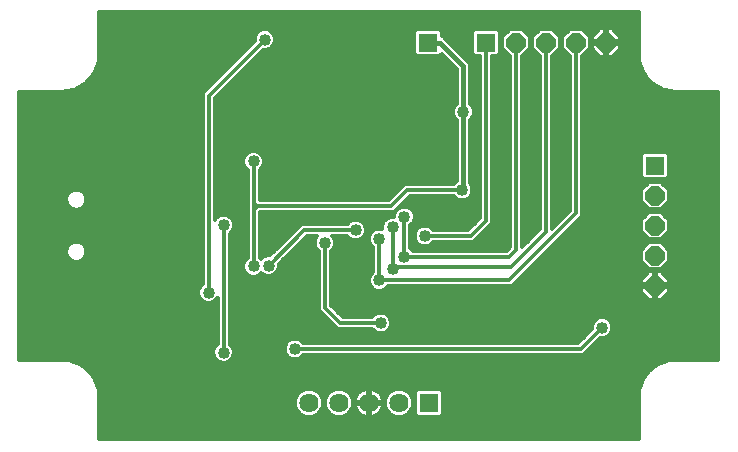
<source format=gbl>
G75*
G70*
%OFA0B0*%
%FSLAX24Y24*%
%IPPOS*%
%LPD*%
%AMOC8*
5,1,8,0,0,1.08239X$1,22.5*
%
%ADD10R,0.0640X0.0640*%
%ADD11OC8,0.0640*%
%ADD12C,0.0640*%
%ADD13C,0.0120*%
%ADD14C,0.0400*%
%ADD15C,0.0160*%
D10*
X018205Y008312D03*
X025739Y016218D03*
X020111Y020320D03*
X018174Y020320D03*
D11*
X021111Y020320D03*
X022111Y020320D03*
X023111Y020320D03*
X024111Y020320D03*
X025739Y015218D03*
X025739Y014218D03*
X025739Y013218D03*
X025739Y012218D03*
D12*
X017205Y008312D03*
X016205Y008312D03*
X015205Y008312D03*
X014205Y008312D03*
D13*
X007210Y008487D02*
X007210Y007094D01*
X025200Y007094D01*
X025200Y008487D01*
X025199Y008488D01*
X025200Y008511D01*
X025200Y008534D01*
X025202Y008536D01*
X025211Y008661D01*
X025209Y008665D01*
X025213Y008686D01*
X025214Y008706D01*
X025218Y008709D01*
X025245Y008835D01*
X025243Y008839D01*
X025251Y008859D01*
X025255Y008879D01*
X025259Y008881D01*
X025304Y009002D01*
X025303Y009007D01*
X025313Y009025D01*
X025320Y009044D01*
X025324Y009046D01*
X025386Y009159D01*
X025385Y009164D01*
X025397Y009180D01*
X025407Y009198D01*
X025412Y009199D01*
X025489Y009302D01*
X025489Y009307D01*
X025504Y009322D01*
X025516Y009338D01*
X025521Y009339D01*
X025612Y009430D01*
X025612Y009435D01*
X025629Y009447D01*
X025643Y009462D01*
X025648Y009462D01*
X025751Y009539D01*
X025752Y009543D01*
X025770Y009553D01*
X025787Y009565D01*
X025792Y009565D01*
X025905Y009626D01*
X025907Y009631D01*
X025926Y009638D01*
X025944Y009648D01*
X025949Y009646D01*
X026069Y009691D01*
X026072Y009696D01*
X026092Y009700D01*
X026111Y009707D01*
X026116Y009705D01*
X026241Y009732D01*
X026244Y009736D01*
X026265Y009738D01*
X026285Y009742D01*
X026289Y009739D01*
X026415Y009748D01*
X026417Y009750D01*
X026439Y009750D01*
X026462Y009752D01*
X026464Y009750D01*
X027856Y009750D01*
X027856Y018685D01*
X026464Y018685D01*
X026462Y018684D01*
X026439Y018685D01*
X026417Y018685D01*
X026415Y018687D01*
X026289Y018696D01*
X026285Y018693D01*
X026265Y018698D01*
X026244Y018699D01*
X026241Y018703D01*
X026116Y018730D01*
X026111Y018728D01*
X026092Y018735D01*
X026072Y018740D01*
X026069Y018744D01*
X025949Y018789D01*
X025944Y018787D01*
X025926Y018797D01*
X025907Y018804D01*
X025905Y018809D01*
X025792Y018870D01*
X025787Y018870D01*
X025770Y018882D01*
X025752Y018892D01*
X025751Y018897D01*
X025648Y018974D01*
X025643Y018974D01*
X025629Y018988D01*
X025612Y019001D01*
X025612Y019005D01*
X025521Y019096D01*
X025516Y019097D01*
X025504Y019113D01*
X025489Y019128D01*
X025489Y019133D01*
X025412Y019236D01*
X025407Y019237D01*
X025397Y019255D01*
X025385Y019272D01*
X025386Y019277D01*
X025324Y019389D01*
X025320Y019391D01*
X025313Y019411D01*
X025303Y019429D01*
X025304Y019433D01*
X025259Y019554D01*
X025255Y019556D01*
X025251Y019577D01*
X025243Y019596D01*
X025245Y019600D01*
X025218Y019726D01*
X025214Y019729D01*
X025213Y019750D01*
X025209Y019770D01*
X025211Y019774D01*
X025202Y019900D01*
X025200Y019901D01*
X025200Y019924D01*
X025199Y019947D01*
X025200Y019949D01*
X025200Y021341D01*
X007210Y021341D01*
X007210Y019949D01*
X007212Y019947D01*
X007210Y019924D01*
X007210Y019901D01*
X007208Y019900D01*
X007199Y019774D01*
X007202Y019770D01*
X007198Y019750D01*
X007196Y019729D01*
X007193Y019726D01*
X007165Y019600D01*
X007167Y019596D01*
X007160Y019577D01*
X007156Y019556D01*
X007152Y019554D01*
X007107Y019433D01*
X007108Y019429D01*
X007098Y019411D01*
X007091Y019391D01*
X007087Y019389D01*
X007025Y019277D01*
X007026Y019272D01*
X007013Y019255D01*
X007003Y019237D01*
X006999Y019236D01*
X006922Y019133D01*
X006922Y019128D01*
X006907Y019113D01*
X006895Y019097D01*
X006890Y019096D01*
X006799Y019005D01*
X006798Y019001D01*
X006782Y018988D01*
X006767Y018974D01*
X006763Y018974D01*
X006660Y018897D01*
X006658Y018892D01*
X006640Y018882D01*
X006624Y018870D01*
X006619Y018870D01*
X006506Y018809D01*
X006504Y018804D01*
X006485Y018797D01*
X006467Y018787D01*
X006462Y018789D01*
X006342Y018744D01*
X006339Y018740D01*
X006319Y018735D01*
X006300Y018728D01*
X006295Y018730D01*
X006169Y018703D01*
X006166Y018699D01*
X006146Y018698D01*
X006126Y018693D01*
X006122Y018696D01*
X005996Y018687D01*
X005994Y018685D01*
X005971Y018685D01*
X005949Y018684D01*
X005947Y018685D01*
X004554Y018685D01*
X004554Y009750D01*
X005947Y009750D01*
X005949Y009752D01*
X005971Y009750D01*
X005994Y009750D01*
X005996Y009748D01*
X006122Y009739D01*
X006126Y009742D01*
X006146Y009738D01*
X006166Y009736D01*
X006169Y009732D01*
X006295Y009705D01*
X006300Y009707D01*
X006319Y009700D01*
X006339Y009696D01*
X006342Y009691D01*
X006462Y009646D01*
X006467Y009648D01*
X006485Y009638D01*
X006504Y009631D01*
X006506Y009626D01*
X006619Y009565D01*
X006624Y009565D01*
X006640Y009553D01*
X006658Y009543D01*
X006660Y009539D01*
X006763Y009462D01*
X006767Y009462D01*
X006782Y009447D01*
X006798Y009435D01*
X006799Y009430D01*
X006890Y009339D01*
X006895Y009338D01*
X006907Y009322D01*
X006922Y009307D01*
X006922Y009302D01*
X006999Y009199D01*
X007003Y009198D01*
X007013Y009180D01*
X007026Y009164D01*
X007025Y009159D01*
X007087Y009046D01*
X007091Y009044D01*
X007098Y009025D01*
X007108Y009007D01*
X007107Y009002D01*
X007152Y008881D01*
X007156Y008879D01*
X007160Y008859D01*
X007167Y008839D01*
X007165Y008835D01*
X007193Y008709D01*
X007196Y008706D01*
X007198Y008686D01*
X007202Y008665D01*
X007199Y008661D01*
X007208Y008536D01*
X007210Y008534D01*
X007210Y008511D01*
X007212Y008488D01*
X007210Y008487D01*
X007210Y008475D02*
X013775Y008475D01*
X013745Y008404D02*
X013745Y008221D01*
X013815Y008052D01*
X013945Y007922D01*
X014114Y007852D01*
X014297Y007852D01*
X014466Y007922D01*
X014595Y008052D01*
X014665Y008221D01*
X014665Y008404D01*
X014595Y008573D01*
X014466Y008702D01*
X014297Y008772D01*
X014114Y008772D01*
X013945Y008702D01*
X013815Y008573D01*
X013745Y008404D01*
X013745Y008357D02*
X007210Y008357D01*
X007210Y008238D02*
X013745Y008238D01*
X013787Y008120D02*
X007210Y008120D01*
X007210Y008001D02*
X013866Y008001D01*
X014040Y007883D02*
X007210Y007883D01*
X007210Y007764D02*
X025200Y007764D01*
X025200Y007883D02*
X018614Y007883D01*
X018583Y007852D02*
X018665Y007934D01*
X018665Y008690D01*
X018583Y008772D01*
X017827Y008772D01*
X017745Y008690D01*
X017745Y007934D01*
X017827Y007852D01*
X018583Y007852D01*
X018665Y008001D02*
X025200Y008001D01*
X025200Y008120D02*
X018665Y008120D01*
X018665Y008238D02*
X025200Y008238D01*
X025200Y008357D02*
X018665Y008357D01*
X018665Y008475D02*
X025200Y008475D01*
X025206Y008594D02*
X018665Y008594D01*
X018643Y008712D02*
X025219Y008712D01*
X025245Y008831D02*
X007166Y008831D01*
X007192Y008712D02*
X013970Y008712D01*
X013836Y008594D02*
X007204Y008594D01*
X007126Y008949D02*
X025284Y008949D01*
X025336Y009068D02*
X007075Y009068D01*
X007010Y009186D02*
X025401Y009186D01*
X025489Y009305D02*
X006922Y009305D01*
X006805Y009424D02*
X025605Y009424D01*
X025752Y009542D02*
X006659Y009542D01*
X006424Y009661D02*
X011260Y009661D01*
X011292Y009647D02*
X011428Y009647D01*
X011552Y009699D01*
X011648Y009795D01*
X011700Y009920D01*
X011700Y010055D01*
X011648Y010180D01*
X011560Y010268D01*
X011560Y013956D01*
X011648Y014045D01*
X011700Y014170D01*
X011700Y014305D01*
X011648Y014430D01*
X011552Y014526D01*
X011428Y014577D01*
X011292Y014577D01*
X011167Y014526D01*
X011072Y014430D01*
X011060Y014401D01*
X011060Y018461D01*
X012678Y020078D01*
X012803Y020078D01*
X012927Y020130D01*
X013023Y020226D01*
X013075Y020351D01*
X013075Y020486D01*
X013023Y020611D01*
X012927Y020707D01*
X012803Y020758D01*
X012667Y020758D01*
X012542Y020707D01*
X012447Y020611D01*
X012395Y020486D01*
X012395Y020361D01*
X010660Y018626D01*
X010660Y018461D01*
X010660Y012268D01*
X010572Y012180D01*
X010520Y012055D01*
X010520Y011920D01*
X010572Y011795D01*
X010667Y011699D01*
X010792Y011647D01*
X010928Y011647D01*
X011052Y011699D01*
X011148Y011795D01*
X011160Y011823D01*
X011160Y010268D01*
X011072Y010180D01*
X011020Y010055D01*
X011020Y009920D01*
X011072Y009795D01*
X011167Y009699D01*
X011292Y009647D01*
X011460Y009661D02*
X025987Y009661D01*
X027856Y009779D02*
X013819Y009779D01*
X013803Y009772D02*
X013927Y009824D01*
X014016Y009912D01*
X023188Y009912D01*
X023354Y009912D01*
X023924Y010482D01*
X024049Y010482D01*
X024174Y010534D01*
X024269Y010629D01*
X024321Y010754D01*
X024321Y010890D01*
X024269Y011015D01*
X024174Y011110D01*
X024049Y011162D01*
X023913Y011162D01*
X023788Y011110D01*
X023693Y011015D01*
X023641Y010890D01*
X023641Y010765D01*
X023188Y010312D01*
X014016Y010312D01*
X013927Y010401D01*
X013803Y010452D01*
X013667Y010452D01*
X013542Y010401D01*
X013447Y010305D01*
X013395Y010180D01*
X013395Y010045D01*
X013447Y009920D01*
X013542Y009824D01*
X013667Y009772D01*
X013803Y009772D01*
X013651Y009779D02*
X011633Y009779D01*
X011691Y009898D02*
X013469Y009898D01*
X013407Y010016D02*
X011700Y010016D01*
X011667Y010135D02*
X013395Y010135D01*
X013425Y010253D02*
X011575Y010253D01*
X011560Y010372D02*
X013514Y010372D01*
X013735Y010112D02*
X023271Y010112D01*
X023981Y010822D01*
X024290Y010965D02*
X027856Y010965D01*
X027856Y011083D02*
X024200Y011083D01*
X024321Y010846D02*
X027856Y010846D01*
X027856Y010728D02*
X024310Y010728D01*
X024249Y010609D02*
X027856Y010609D01*
X027856Y010490D02*
X024069Y010490D01*
X023814Y010372D02*
X027856Y010372D01*
X027856Y010253D02*
X023695Y010253D01*
X023577Y010135D02*
X027856Y010135D01*
X027856Y010016D02*
X023458Y010016D01*
X023248Y010372D02*
X013956Y010372D01*
X014001Y009898D02*
X027856Y009898D01*
X027856Y011202D02*
X016848Y011202D01*
X016887Y011162D02*
X016792Y011258D01*
X016667Y011310D01*
X016531Y011310D01*
X016406Y011258D01*
X016318Y011170D01*
X015335Y011170D01*
X014935Y011570D01*
X014935Y013358D01*
X015023Y013446D01*
X015075Y013571D01*
X015075Y013707D01*
X015023Y013831D01*
X014984Y013870D01*
X015482Y013870D01*
X015570Y013782D01*
X015695Y013730D01*
X015830Y013730D01*
X015955Y013782D01*
X016051Y013877D01*
X016102Y014002D01*
X016102Y014138D01*
X016051Y014263D01*
X015955Y014358D01*
X015830Y014410D01*
X015695Y014410D01*
X015570Y014358D01*
X015482Y014270D01*
X014128Y014270D01*
X013962Y014270D01*
X012917Y013225D01*
X012792Y013225D01*
X012667Y013173D01*
X012599Y013104D01*
X012560Y013143D01*
X012560Y014654D01*
X012568Y014662D01*
X016866Y014662D01*
X017031Y014662D01*
X017568Y015199D01*
X019036Y015203D01*
X019123Y015115D01*
X019248Y015064D01*
X019383Y015064D01*
X019508Y015115D01*
X019604Y015211D01*
X019656Y015336D01*
X019656Y015471D01*
X019604Y015596D01*
X019575Y015625D01*
X019575Y017746D01*
X019643Y017814D01*
X019695Y017939D01*
X019695Y018075D01*
X019643Y018200D01*
X019575Y018268D01*
X019575Y019624D01*
X019446Y019753D01*
X018659Y020540D01*
X018634Y020540D01*
X018634Y020698D01*
X018552Y020780D01*
X017796Y020780D01*
X017714Y020698D01*
X017714Y019942D01*
X017796Y019860D01*
X018552Y019860D01*
X018634Y019942D01*
X018634Y019943D01*
X019135Y019441D01*
X019135Y018268D01*
X019067Y018200D01*
X019015Y018075D01*
X019015Y017939D01*
X019067Y017814D01*
X019135Y017746D01*
X019135Y015697D01*
X019123Y015692D01*
X019034Y015603D01*
X017489Y015599D01*
X017402Y015599D01*
X017402Y015598D01*
X017401Y015598D01*
X017347Y015544D01*
X016866Y015062D01*
X012568Y015062D01*
X012560Y015070D01*
X012560Y016081D01*
X012648Y016170D01*
X012700Y016295D01*
X012700Y016430D01*
X012648Y016555D01*
X012552Y016651D01*
X012428Y016702D01*
X012292Y016702D01*
X012167Y016651D01*
X012072Y016555D01*
X012020Y016430D01*
X012020Y016295D01*
X012072Y016170D01*
X012160Y016081D01*
X012160Y015070D01*
X012160Y014904D01*
X012160Y014820D01*
X012160Y014654D01*
X012160Y013143D01*
X012072Y013055D01*
X012020Y012930D01*
X012020Y012795D01*
X012072Y012670D01*
X012167Y012574D01*
X012292Y012522D01*
X012428Y012522D01*
X012552Y012574D01*
X012621Y012643D01*
X012667Y012597D01*
X012792Y012545D01*
X012928Y012545D01*
X013052Y012597D01*
X013148Y012692D01*
X013200Y012817D01*
X013200Y012942D01*
X014128Y013870D01*
X014485Y013870D01*
X014447Y013831D01*
X014395Y013707D01*
X014395Y013571D01*
X014447Y013446D01*
X014535Y013358D01*
X014535Y011570D01*
X014535Y011404D01*
X015170Y010770D01*
X015335Y010770D01*
X016318Y010770D01*
X016406Y010681D01*
X016531Y010630D01*
X016667Y010630D01*
X016792Y010681D01*
X016887Y010777D01*
X016939Y010902D01*
X016939Y011037D01*
X016887Y011162D01*
X016920Y011083D02*
X023761Y011083D01*
X023672Y010965D02*
X016939Y010965D01*
X016916Y010846D02*
X023641Y010846D01*
X023604Y010728D02*
X016838Y010728D01*
X016599Y010970D02*
X015253Y010970D01*
X014735Y011487D01*
X014735Y013639D01*
X015032Y013810D02*
X015542Y013810D01*
X015762Y014070D02*
X014045Y014070D01*
X012860Y012885D01*
X013169Y012743D02*
X014535Y012743D01*
X014535Y012861D02*
X013200Y012861D01*
X013238Y012980D02*
X014535Y012980D01*
X014535Y013098D02*
X013356Y013098D01*
X013475Y013217D02*
X014535Y013217D01*
X014535Y013336D02*
X013593Y013336D01*
X013712Y013454D02*
X014443Y013454D01*
X014395Y013573D02*
X013830Y013573D01*
X013949Y013691D02*
X014395Y013691D01*
X014438Y013810D02*
X014067Y013810D01*
X013739Y014047D02*
X012560Y014047D01*
X012560Y014165D02*
X013857Y014165D01*
X013620Y013928D02*
X012560Y013928D01*
X012560Y013810D02*
X013502Y013810D01*
X013383Y013691D02*
X012560Y013691D01*
X012560Y013573D02*
X013265Y013573D01*
X013146Y013454D02*
X012560Y013454D01*
X012560Y013336D02*
X013028Y013336D01*
X012773Y013217D02*
X012560Y013217D01*
X012160Y013217D02*
X011560Y013217D01*
X011560Y013336D02*
X012160Y013336D01*
X012160Y013454D02*
X011560Y013454D01*
X011560Y013573D02*
X012160Y013573D01*
X012160Y013691D02*
X011560Y013691D01*
X011560Y013810D02*
X012160Y013810D01*
X012160Y013928D02*
X011560Y013928D01*
X011649Y014047D02*
X012160Y014047D01*
X012160Y014165D02*
X011698Y014165D01*
X011700Y014284D02*
X012160Y014284D01*
X012160Y014402D02*
X011659Y014402D01*
X011557Y014521D02*
X012160Y014521D01*
X012160Y014639D02*
X011060Y014639D01*
X011060Y014521D02*
X011163Y014521D01*
X011060Y014402D02*
X011060Y014402D01*
X011360Y014237D02*
X011360Y009987D01*
X011053Y010135D02*
X004554Y010135D01*
X004554Y010253D02*
X011145Y010253D01*
X011160Y010372D02*
X004554Y010372D01*
X004554Y010490D02*
X011160Y010490D01*
X011160Y010609D02*
X004554Y010609D01*
X004554Y010728D02*
X011160Y010728D01*
X011160Y010846D02*
X004554Y010846D01*
X004554Y010965D02*
X011160Y010965D01*
X011160Y011083D02*
X004554Y011083D01*
X004554Y011202D02*
X011160Y011202D01*
X011160Y011320D02*
X004554Y011320D01*
X004554Y011439D02*
X011160Y011439D01*
X011160Y011557D02*
X004554Y011557D01*
X004554Y011676D02*
X010723Y011676D01*
X010572Y011794D02*
X004554Y011794D01*
X004554Y011913D02*
X010523Y011913D01*
X010520Y012032D02*
X004554Y012032D01*
X004554Y012150D02*
X010559Y012150D01*
X010660Y012269D02*
X004554Y012269D01*
X004554Y012387D02*
X010660Y012387D01*
X010660Y012506D02*
X004554Y012506D01*
X004554Y012624D02*
X010660Y012624D01*
X010660Y012743D02*
X004554Y012743D01*
X004554Y012861D02*
X010660Y012861D01*
X010660Y012980D02*
X004554Y012980D01*
X004554Y013098D02*
X006230Y013098D01*
X006262Y013066D02*
X006386Y013014D01*
X006520Y013014D01*
X006644Y013066D01*
X006739Y013160D01*
X006791Y013284D01*
X006791Y013419D01*
X006739Y013542D01*
X006644Y013637D01*
X006520Y013689D01*
X006386Y013689D01*
X006262Y013637D01*
X006168Y013542D01*
X006116Y013419D01*
X006116Y013284D01*
X006168Y013160D01*
X006262Y013066D01*
X006144Y013217D02*
X004554Y013217D01*
X004554Y013336D02*
X006116Y013336D01*
X006131Y013454D02*
X004554Y013454D01*
X004554Y013573D02*
X006198Y013573D01*
X006709Y013573D02*
X010660Y013573D01*
X010660Y013691D02*
X004554Y013691D01*
X004554Y013810D02*
X010660Y013810D01*
X010660Y013928D02*
X004554Y013928D01*
X004554Y014047D02*
X010660Y014047D01*
X010660Y014165D02*
X004554Y014165D01*
X004554Y014284D02*
X010660Y014284D01*
X010660Y014402D02*
X004554Y014402D01*
X004554Y014521D02*
X010660Y014521D01*
X010660Y014639D02*
X004554Y014639D01*
X004554Y014758D02*
X006359Y014758D01*
X006386Y014747D02*
X006520Y014747D01*
X006644Y014798D01*
X006739Y014893D01*
X006791Y015017D01*
X006791Y015151D01*
X006739Y015275D01*
X006644Y015370D01*
X006520Y015421D01*
X006386Y015421D01*
X006262Y015370D01*
X006168Y015275D01*
X006116Y015151D01*
X006116Y015017D01*
X006168Y014893D01*
X006262Y014798D01*
X006386Y014747D01*
X006548Y014758D02*
X010660Y014758D01*
X010660Y014877D02*
X006723Y014877D01*
X006782Y014995D02*
X010660Y014995D01*
X010660Y015114D02*
X006791Y015114D01*
X006757Y015232D02*
X010660Y015232D01*
X010660Y015351D02*
X006663Y015351D01*
X006244Y015351D02*
X004554Y015351D01*
X004554Y015469D02*
X010660Y015469D01*
X010660Y015588D02*
X004554Y015588D01*
X004554Y015706D02*
X010660Y015706D01*
X010660Y015825D02*
X004554Y015825D01*
X004554Y015943D02*
X010660Y015943D01*
X010660Y016062D02*
X004554Y016062D01*
X004554Y016181D02*
X010660Y016181D01*
X010660Y016299D02*
X004554Y016299D01*
X004554Y016418D02*
X010660Y016418D01*
X010660Y016536D02*
X004554Y016536D01*
X004554Y016655D02*
X010660Y016655D01*
X010660Y016773D02*
X004554Y016773D01*
X004554Y016892D02*
X010660Y016892D01*
X010660Y017010D02*
X004554Y017010D01*
X004554Y017129D02*
X010660Y017129D01*
X010660Y017247D02*
X004554Y017247D01*
X004554Y017366D02*
X010660Y017366D01*
X010660Y017485D02*
X004554Y017485D01*
X004554Y017603D02*
X010660Y017603D01*
X010660Y017722D02*
X004554Y017722D01*
X004554Y017840D02*
X010660Y017840D01*
X010660Y017959D02*
X004554Y017959D01*
X004554Y018077D02*
X010660Y018077D01*
X010660Y018196D02*
X004554Y018196D01*
X004554Y018314D02*
X010660Y018314D01*
X010660Y018433D02*
X004554Y018433D01*
X004554Y018551D02*
X010660Y018551D01*
X010704Y018670D02*
X004554Y018670D01*
X006461Y018789D02*
X006463Y018789D01*
X006469Y018789D02*
X010822Y018789D01*
X010941Y018907D02*
X006673Y018907D01*
X006819Y019026D02*
X011059Y019026D01*
X011178Y019144D02*
X006930Y019144D01*
X007019Y019263D02*
X011296Y019263D01*
X011415Y019381D02*
X007082Y019381D01*
X007131Y019500D02*
X011533Y019500D01*
X011652Y019618D02*
X007169Y019618D01*
X007197Y019737D02*
X011770Y019737D01*
X011889Y019855D02*
X007205Y019855D01*
X007210Y019974D02*
X012008Y019974D01*
X012126Y020092D02*
X007210Y020092D01*
X007210Y020211D02*
X012245Y020211D01*
X012363Y020330D02*
X007210Y020330D01*
X007210Y020448D02*
X012395Y020448D01*
X012428Y020567D02*
X007210Y020567D01*
X007210Y020685D02*
X012521Y020685D01*
X012735Y020418D02*
X010860Y018543D01*
X010860Y011987D01*
X010996Y011676D02*
X011160Y011676D01*
X011148Y011794D02*
X011160Y011794D01*
X011560Y011794D02*
X014535Y011794D01*
X014535Y011676D02*
X011560Y011676D01*
X011560Y011557D02*
X014535Y011557D01*
X014535Y011439D02*
X011560Y011439D01*
X011560Y011320D02*
X014619Y011320D01*
X014738Y011202D02*
X011560Y011202D01*
X011560Y011083D02*
X014856Y011083D01*
X014975Y010965D02*
X011560Y010965D01*
X011560Y010846D02*
X015093Y010846D01*
X015303Y011202D02*
X016350Y011202D01*
X016360Y010728D02*
X011560Y010728D01*
X011560Y010609D02*
X023485Y010609D01*
X023367Y010490D02*
X011560Y010490D01*
X011020Y010016D02*
X004554Y010016D01*
X004554Y009898D02*
X011029Y009898D01*
X011087Y009779D02*
X004554Y009779D01*
X007210Y007645D02*
X025200Y007645D01*
X025200Y007527D02*
X007210Y007527D01*
X007210Y007408D02*
X025200Y007408D01*
X025200Y007290D02*
X007210Y007290D01*
X007210Y007171D02*
X025200Y007171D01*
X027856Y011320D02*
X015185Y011320D01*
X015066Y011439D02*
X027856Y011439D01*
X027856Y011557D02*
X014948Y011557D01*
X014935Y011676D02*
X027856Y011676D01*
X027856Y011794D02*
X025994Y011794D01*
X025938Y011738D02*
X026219Y012019D01*
X026219Y012178D01*
X025779Y012178D01*
X025779Y012258D01*
X025699Y012258D01*
X025699Y012698D01*
X025540Y012698D01*
X025259Y012416D01*
X025259Y012258D01*
X025699Y012258D01*
X025699Y012178D01*
X025259Y012178D01*
X025259Y012019D01*
X025540Y011738D01*
X025699Y011738D01*
X025699Y012177D01*
X025779Y012177D01*
X025779Y011738D01*
X025938Y011738D01*
X025779Y011794D02*
X025699Y011794D01*
X025699Y011913D02*
X025779Y011913D01*
X025779Y012032D02*
X025699Y012032D01*
X025699Y012150D02*
X025779Y012150D01*
X025779Y012258D02*
X026219Y012258D01*
X026219Y012416D01*
X025938Y012698D01*
X025779Y012698D01*
X025779Y012258D01*
X025779Y012269D02*
X025699Y012269D01*
X025699Y012387D02*
X025779Y012387D01*
X025779Y012506D02*
X025699Y012506D01*
X025699Y012624D02*
X025779Y012624D01*
X025929Y012758D02*
X026199Y013027D01*
X026199Y013408D01*
X025929Y013678D01*
X025548Y013678D01*
X025279Y013408D01*
X025279Y013027D01*
X025548Y012758D01*
X025929Y012758D01*
X026033Y012861D02*
X027856Y012861D01*
X027856Y012743D02*
X021509Y012743D01*
X021391Y012624D02*
X025467Y012624D01*
X025348Y012506D02*
X021272Y012506D01*
X021154Y012387D02*
X025259Y012387D01*
X025259Y012269D02*
X021035Y012269D01*
X020963Y012197D02*
X023311Y014544D01*
X023311Y014710D01*
X023311Y019869D01*
X023571Y020129D01*
X023571Y020511D01*
X023301Y020780D01*
X022920Y020780D01*
X022651Y020511D01*
X022651Y020129D01*
X022911Y019869D01*
X022911Y014710D01*
X022311Y014110D01*
X022311Y019869D01*
X022571Y020129D01*
X022571Y020511D01*
X022301Y020780D01*
X021920Y020780D01*
X021651Y020511D01*
X021651Y020129D01*
X021911Y019869D01*
X021911Y014104D01*
X021311Y013504D01*
X021311Y019869D01*
X021571Y020129D01*
X021571Y020511D01*
X021301Y020780D01*
X020920Y020780D01*
X020651Y020511D01*
X020651Y020129D01*
X020911Y019869D01*
X020911Y013497D01*
X020798Y013384D01*
X017667Y013384D01*
X017586Y013465D01*
X017586Y014232D01*
X017675Y014320D01*
X017726Y014445D01*
X017726Y014581D01*
X017675Y014705D01*
X017579Y014801D01*
X017454Y014853D01*
X017319Y014853D01*
X017194Y014801D01*
X017098Y014705D01*
X017046Y014581D01*
X017046Y014508D01*
X016925Y014508D01*
X016800Y014457D01*
X016705Y014361D01*
X016653Y014236D01*
X016653Y014101D01*
X016653Y014100D01*
X016617Y014115D01*
X016482Y014115D01*
X016357Y014063D01*
X016262Y013967D01*
X016210Y013842D01*
X016210Y013707D01*
X016262Y013582D01*
X016350Y013494D01*
X016350Y012678D01*
X016262Y012589D01*
X016210Y012464D01*
X016210Y012329D01*
X016262Y012204D01*
X016357Y012109D01*
X016482Y012057D01*
X016617Y012057D01*
X016742Y012109D01*
X016831Y012197D01*
X020798Y012197D01*
X020963Y012197D01*
X020881Y012397D02*
X023111Y014627D01*
X023111Y020320D01*
X023571Y020330D02*
X024071Y020330D01*
X024071Y020360D02*
X024071Y020280D01*
X024151Y020280D01*
X024151Y020360D01*
X024591Y020360D01*
X024591Y020519D01*
X024310Y020800D01*
X024151Y020800D01*
X024151Y020360D01*
X024071Y020360D01*
X024071Y020800D01*
X023912Y020800D01*
X023631Y020519D01*
X023631Y020360D01*
X024071Y020360D01*
X024071Y020280D02*
X023631Y020280D01*
X023631Y020121D01*
X023912Y019840D01*
X024071Y019840D01*
X024071Y020280D01*
X024071Y020211D02*
X024151Y020211D01*
X024151Y020280D02*
X024151Y019840D01*
X024310Y019840D01*
X024591Y020121D01*
X024591Y020280D01*
X024151Y020280D01*
X024151Y020330D02*
X025200Y020330D01*
X025200Y020448D02*
X024591Y020448D01*
X024543Y020567D02*
X025200Y020567D01*
X025200Y020685D02*
X024424Y020685D01*
X024151Y020685D02*
X024071Y020685D01*
X024071Y020567D02*
X024151Y020567D01*
X024151Y020448D02*
X024071Y020448D01*
X023797Y020685D02*
X023396Y020685D01*
X023515Y020567D02*
X023679Y020567D01*
X023631Y020448D02*
X023571Y020448D01*
X023571Y020211D02*
X023631Y020211D01*
X023660Y020092D02*
X023534Y020092D01*
X023415Y019974D02*
X023778Y019974D01*
X023897Y019855D02*
X023311Y019855D01*
X023311Y019737D02*
X025214Y019737D01*
X025205Y019855D02*
X024325Y019855D01*
X024444Y019974D02*
X025200Y019974D01*
X025200Y020092D02*
X024562Y020092D01*
X024591Y020211D02*
X025200Y020211D01*
X025200Y020804D02*
X007210Y020804D01*
X007210Y020922D02*
X025200Y020922D01*
X025200Y021041D02*
X007210Y021041D01*
X007210Y021159D02*
X025200Y021159D01*
X025200Y021278D02*
X007210Y021278D01*
X011060Y018433D02*
X019135Y018433D01*
X019135Y018551D02*
X011151Y018551D01*
X011269Y018670D02*
X019135Y018670D01*
X019135Y018789D02*
X011388Y018789D01*
X011506Y018907D02*
X019135Y018907D01*
X019135Y019026D02*
X011625Y019026D01*
X011743Y019144D02*
X019135Y019144D01*
X019135Y019263D02*
X011862Y019263D01*
X011981Y019381D02*
X019135Y019381D01*
X019077Y019500D02*
X012099Y019500D01*
X012218Y019618D02*
X018958Y019618D01*
X018840Y019737D02*
X012336Y019737D01*
X012455Y019855D02*
X018721Y019855D01*
X019106Y020092D02*
X019651Y020092D01*
X019651Y019974D02*
X019225Y019974D01*
X019343Y019855D02*
X019911Y019855D01*
X019911Y019860D02*
X019911Y014466D01*
X019518Y014073D01*
X018356Y014073D01*
X018268Y014161D01*
X018143Y014213D01*
X018008Y014213D01*
X017883Y014161D01*
X017787Y014066D01*
X017735Y013941D01*
X017735Y013805D01*
X017787Y013681D01*
X017883Y013585D01*
X018008Y013533D01*
X018143Y013533D01*
X018268Y013585D01*
X018356Y013673D01*
X019518Y013673D01*
X019684Y013673D01*
X020311Y014300D01*
X020311Y014466D01*
X020311Y019860D01*
X020489Y019860D01*
X020571Y019942D01*
X020571Y020698D01*
X020489Y020780D01*
X019733Y020780D01*
X019651Y020698D01*
X019651Y019942D01*
X019733Y019860D01*
X019911Y019860D01*
X019911Y019737D02*
X019462Y019737D01*
X019575Y019618D02*
X019911Y019618D01*
X019911Y019500D02*
X019575Y019500D01*
X019575Y019381D02*
X019911Y019381D01*
X019911Y019263D02*
X019575Y019263D01*
X019575Y019144D02*
X019911Y019144D01*
X019911Y019026D02*
X019575Y019026D01*
X019575Y018907D02*
X019911Y018907D01*
X019911Y018789D02*
X019575Y018789D01*
X019575Y018670D02*
X019911Y018670D01*
X019911Y018551D02*
X019575Y018551D01*
X019575Y018433D02*
X019911Y018433D01*
X019911Y018314D02*
X019575Y018314D01*
X019645Y018196D02*
X019911Y018196D01*
X019911Y018077D02*
X019694Y018077D01*
X019695Y017959D02*
X019911Y017959D01*
X019911Y017840D02*
X019654Y017840D01*
X019575Y017722D02*
X019911Y017722D01*
X019911Y017603D02*
X019575Y017603D01*
X019575Y017485D02*
X019911Y017485D01*
X019911Y017366D02*
X019575Y017366D01*
X019575Y017247D02*
X019911Y017247D01*
X019911Y017129D02*
X019575Y017129D01*
X019575Y017010D02*
X019911Y017010D01*
X019911Y016892D02*
X019575Y016892D01*
X019575Y016773D02*
X019911Y016773D01*
X019911Y016655D02*
X019575Y016655D01*
X019575Y016536D02*
X019911Y016536D01*
X019911Y016418D02*
X019575Y016418D01*
X019575Y016299D02*
X019911Y016299D01*
X019911Y016181D02*
X019575Y016181D01*
X019575Y016062D02*
X019911Y016062D01*
X019911Y015943D02*
X019575Y015943D01*
X019575Y015825D02*
X019911Y015825D01*
X019911Y015706D02*
X019575Y015706D01*
X019607Y015588D02*
X019911Y015588D01*
X019911Y015469D02*
X019656Y015469D01*
X019656Y015351D02*
X019911Y015351D01*
X019911Y015232D02*
X019613Y015232D01*
X019504Y015114D02*
X019911Y015114D01*
X019911Y014995D02*
X017364Y014995D01*
X017246Y014877D02*
X019911Y014877D01*
X019911Y014758D02*
X017622Y014758D01*
X017702Y014639D02*
X019911Y014639D01*
X019911Y014521D02*
X017726Y014521D01*
X017709Y014402D02*
X019847Y014402D01*
X019729Y014284D02*
X017638Y014284D01*
X017586Y014165D02*
X017892Y014165D01*
X017779Y014047D02*
X017586Y014047D01*
X017586Y013928D02*
X017735Y013928D01*
X017735Y013810D02*
X017586Y013810D01*
X017586Y013691D02*
X017783Y013691D01*
X017913Y013573D02*
X017586Y013573D01*
X017597Y013454D02*
X020868Y013454D01*
X020911Y013573D02*
X018238Y013573D01*
X018075Y013873D02*
X019601Y013873D01*
X020111Y014383D01*
X020111Y020320D01*
X019651Y020330D02*
X018869Y020330D01*
X018751Y020448D02*
X019651Y020448D01*
X019651Y020567D02*
X018634Y020567D01*
X018634Y020685D02*
X019651Y020685D01*
X019651Y020211D02*
X018988Y020211D01*
X020311Y019855D02*
X020911Y019855D01*
X020911Y019737D02*
X020311Y019737D01*
X020311Y019618D02*
X020911Y019618D01*
X020911Y019500D02*
X020311Y019500D01*
X020311Y019381D02*
X020911Y019381D01*
X020911Y019263D02*
X020311Y019263D01*
X020311Y019144D02*
X020911Y019144D01*
X020911Y019026D02*
X020311Y019026D01*
X020311Y018907D02*
X020911Y018907D01*
X020911Y018789D02*
X020311Y018789D01*
X020311Y018670D02*
X020911Y018670D01*
X020911Y018551D02*
X020311Y018551D01*
X020311Y018433D02*
X020911Y018433D01*
X020911Y018314D02*
X020311Y018314D01*
X020311Y018196D02*
X020911Y018196D01*
X020911Y018077D02*
X020311Y018077D01*
X020311Y017959D02*
X020911Y017959D01*
X020911Y017840D02*
X020311Y017840D01*
X020311Y017722D02*
X020911Y017722D01*
X020911Y017603D02*
X020311Y017603D01*
X020311Y017485D02*
X020911Y017485D01*
X020911Y017366D02*
X020311Y017366D01*
X020311Y017247D02*
X020911Y017247D01*
X020911Y017129D02*
X020311Y017129D01*
X020311Y017010D02*
X020911Y017010D01*
X020911Y016892D02*
X020311Y016892D01*
X020311Y016773D02*
X020911Y016773D01*
X020911Y016655D02*
X020311Y016655D01*
X020311Y016536D02*
X020911Y016536D01*
X020911Y016418D02*
X020311Y016418D01*
X020311Y016299D02*
X020911Y016299D01*
X020911Y016181D02*
X020311Y016181D01*
X020311Y016062D02*
X020911Y016062D01*
X020911Y015943D02*
X020311Y015943D01*
X020311Y015825D02*
X020911Y015825D01*
X020911Y015706D02*
X020311Y015706D01*
X020311Y015588D02*
X020911Y015588D01*
X020911Y015469D02*
X020311Y015469D01*
X020311Y015351D02*
X020911Y015351D01*
X020911Y015232D02*
X020311Y015232D01*
X020311Y015114D02*
X020911Y015114D01*
X020911Y014995D02*
X020311Y014995D01*
X020311Y014877D02*
X020911Y014877D01*
X020911Y014758D02*
X020311Y014758D01*
X020311Y014639D02*
X020911Y014639D01*
X020911Y014521D02*
X020311Y014521D01*
X020311Y014402D02*
X020911Y014402D01*
X020911Y014284D02*
X020295Y014284D01*
X020176Y014165D02*
X020911Y014165D01*
X020911Y014047D02*
X020057Y014047D01*
X019939Y013928D02*
X020911Y013928D01*
X020911Y013810D02*
X019820Y013810D01*
X019702Y013691D02*
X020911Y013691D01*
X021111Y013414D02*
X020881Y013184D01*
X017386Y013184D01*
X017386Y014513D01*
X017071Y014639D02*
X012560Y014639D01*
X012560Y014521D02*
X017046Y014521D01*
X017127Y014758D02*
X017151Y014758D01*
X016948Y014862D02*
X017485Y015399D01*
X019316Y015404D01*
X019127Y015114D02*
X017483Y015114D01*
X017154Y015351D02*
X012560Y015351D01*
X012560Y015469D02*
X017273Y015469D01*
X017391Y015588D02*
X012560Y015588D01*
X012560Y015706D02*
X019135Y015706D01*
X019135Y015825D02*
X012560Y015825D01*
X012560Y015943D02*
X019135Y015943D01*
X019135Y016062D02*
X012560Y016062D01*
X012653Y016181D02*
X019135Y016181D01*
X019135Y016299D02*
X012700Y016299D01*
X012700Y016418D02*
X019135Y016418D01*
X019135Y016536D02*
X012656Y016536D01*
X012542Y016655D02*
X019135Y016655D01*
X019135Y016773D02*
X011060Y016773D01*
X011060Y016655D02*
X012177Y016655D01*
X012064Y016536D02*
X011060Y016536D01*
X011060Y016418D02*
X012020Y016418D01*
X012020Y016299D02*
X011060Y016299D01*
X011060Y016181D02*
X012067Y016181D01*
X012160Y016062D02*
X011060Y016062D01*
X011060Y015943D02*
X012160Y015943D01*
X012160Y015825D02*
X011060Y015825D01*
X011060Y015706D02*
X012160Y015706D01*
X012160Y015588D02*
X011060Y015588D01*
X011060Y015469D02*
X012160Y015469D01*
X012160Y015351D02*
X011060Y015351D01*
X011060Y015232D02*
X012160Y015232D01*
X012160Y015114D02*
X011060Y015114D01*
X011060Y014995D02*
X012160Y014995D01*
X012160Y014877D02*
X011060Y014877D01*
X011060Y014758D02*
X012160Y014758D01*
X012360Y014737D02*
X012485Y014862D01*
X012360Y014987D01*
X012360Y016362D01*
X012560Y015232D02*
X017036Y015232D01*
X016917Y015114D02*
X012560Y015114D01*
X012360Y014987D02*
X012360Y014862D01*
X012360Y014737D01*
X012360Y012862D01*
X012603Y012624D02*
X012640Y012624D01*
X012117Y012624D02*
X011560Y012624D01*
X011560Y012506D02*
X014535Y012506D01*
X014535Y012624D02*
X013080Y012624D01*
X012041Y012743D02*
X011560Y012743D01*
X011560Y012861D02*
X012020Y012861D01*
X012041Y012980D02*
X011560Y012980D01*
X011560Y013098D02*
X012115Y013098D01*
X011560Y012387D02*
X014535Y012387D01*
X014535Y012269D02*
X011560Y012269D01*
X011560Y012150D02*
X014535Y012150D01*
X014535Y012032D02*
X011560Y012032D01*
X011560Y011913D02*
X014535Y011913D01*
X014935Y011913D02*
X025365Y011913D01*
X025259Y012032D02*
X014935Y012032D01*
X014935Y012150D02*
X016316Y012150D01*
X016235Y012269D02*
X014935Y012269D01*
X014935Y012387D02*
X016210Y012387D01*
X016227Y012506D02*
X014935Y012506D01*
X014935Y012624D02*
X016297Y012624D01*
X016350Y012743D02*
X014935Y012743D01*
X014935Y012861D02*
X016350Y012861D01*
X016350Y012980D02*
X014935Y012980D01*
X014935Y013098D02*
X016350Y013098D01*
X016350Y013217D02*
X014935Y013217D01*
X014935Y013336D02*
X016350Y013336D01*
X016350Y013454D02*
X015026Y013454D01*
X015075Y013573D02*
X016271Y013573D01*
X016216Y013691D02*
X015075Y013691D01*
X015496Y014284D02*
X012560Y014284D01*
X012560Y014402D02*
X015677Y014402D01*
X015848Y014402D02*
X016746Y014402D01*
X016673Y014284D02*
X016029Y014284D01*
X016091Y014165D02*
X016653Y014165D01*
X016341Y014047D02*
X016102Y014047D01*
X016072Y013928D02*
X016245Y013928D01*
X016210Y013810D02*
X015983Y013810D01*
X016550Y013775D02*
X016550Y012397D01*
X020881Y012397D01*
X020930Y012840D02*
X017042Y012840D01*
X016993Y012790D01*
X016993Y014168D01*
X016948Y014862D02*
X012485Y014862D01*
X012360Y014862D01*
X010660Y013454D02*
X006776Y013454D01*
X006791Y013336D02*
X010660Y013336D01*
X010660Y013217D02*
X006763Y013217D01*
X006677Y013098D02*
X010660Y013098D01*
X014935Y011794D02*
X025483Y011794D01*
X025259Y012150D02*
X016784Y012150D01*
X018258Y014165D02*
X019610Y014165D01*
X021111Y013414D02*
X021111Y020320D01*
X020651Y020330D02*
X020571Y020330D01*
X020571Y020448D02*
X020651Y020448D01*
X020707Y020567D02*
X020571Y020567D01*
X020571Y020685D02*
X020826Y020685D01*
X020651Y020211D02*
X020571Y020211D01*
X020571Y020092D02*
X020688Y020092D01*
X020571Y019974D02*
X020806Y019974D01*
X021311Y019855D02*
X021911Y019855D01*
X021911Y019737D02*
X021311Y019737D01*
X021311Y019618D02*
X021911Y019618D01*
X021911Y019500D02*
X021311Y019500D01*
X021311Y019381D02*
X021911Y019381D01*
X021911Y019263D02*
X021311Y019263D01*
X021311Y019144D02*
X021911Y019144D01*
X021911Y019026D02*
X021311Y019026D01*
X021311Y018907D02*
X021911Y018907D01*
X021911Y018789D02*
X021311Y018789D01*
X021311Y018670D02*
X021911Y018670D01*
X021911Y018551D02*
X021311Y018551D01*
X021311Y018433D02*
X021911Y018433D01*
X021911Y018314D02*
X021311Y018314D01*
X021311Y018196D02*
X021911Y018196D01*
X021911Y018077D02*
X021311Y018077D01*
X021311Y017959D02*
X021911Y017959D01*
X021911Y017840D02*
X021311Y017840D01*
X021311Y017722D02*
X021911Y017722D01*
X021911Y017603D02*
X021311Y017603D01*
X021311Y017485D02*
X021911Y017485D01*
X021911Y017366D02*
X021311Y017366D01*
X021311Y017247D02*
X021911Y017247D01*
X021911Y017129D02*
X021311Y017129D01*
X021311Y017010D02*
X021911Y017010D01*
X021911Y016892D02*
X021311Y016892D01*
X021311Y016773D02*
X021911Y016773D01*
X021911Y016655D02*
X021311Y016655D01*
X021311Y016536D02*
X021911Y016536D01*
X021911Y016418D02*
X021311Y016418D01*
X021311Y016299D02*
X021911Y016299D01*
X021911Y016181D02*
X021311Y016181D01*
X021311Y016062D02*
X021911Y016062D01*
X021911Y015943D02*
X021311Y015943D01*
X021311Y015825D02*
X021911Y015825D01*
X021911Y015706D02*
X021311Y015706D01*
X021311Y015588D02*
X021911Y015588D01*
X021911Y015469D02*
X021311Y015469D01*
X021311Y015351D02*
X021911Y015351D01*
X021911Y015232D02*
X021311Y015232D01*
X021311Y015114D02*
X021911Y015114D01*
X021911Y014995D02*
X021311Y014995D01*
X021311Y014877D02*
X021911Y014877D01*
X021911Y014758D02*
X021311Y014758D01*
X021311Y014639D02*
X021911Y014639D01*
X021911Y014521D02*
X021311Y014521D01*
X021311Y014402D02*
X021911Y014402D01*
X021911Y014284D02*
X021311Y014284D01*
X021311Y014165D02*
X021911Y014165D01*
X021854Y014047D02*
X021311Y014047D01*
X021311Y013928D02*
X021736Y013928D01*
X021617Y013810D02*
X021311Y013810D01*
X021311Y013691D02*
X021498Y013691D01*
X021380Y013573D02*
X021311Y013573D01*
X021865Y013098D02*
X025279Y013098D01*
X025279Y013217D02*
X021984Y013217D01*
X022102Y013336D02*
X025279Y013336D01*
X025325Y013454D02*
X022221Y013454D01*
X022339Y013573D02*
X025443Y013573D01*
X025548Y013758D02*
X025929Y013758D01*
X026199Y014027D01*
X026199Y014408D01*
X025929Y014678D01*
X025548Y014678D01*
X025279Y014408D01*
X025279Y014027D01*
X025548Y013758D01*
X025496Y013810D02*
X022576Y013810D01*
X022695Y013928D02*
X025378Y013928D01*
X025279Y014047D02*
X022813Y014047D01*
X022932Y014165D02*
X025279Y014165D01*
X025279Y014284D02*
X023050Y014284D01*
X023169Y014402D02*
X025279Y014402D01*
X025392Y014521D02*
X023288Y014521D01*
X023311Y014639D02*
X025510Y014639D01*
X025548Y014758D02*
X025929Y014758D01*
X026199Y015027D01*
X026199Y015408D01*
X025929Y015678D01*
X025548Y015678D01*
X025279Y015408D01*
X025279Y015027D01*
X025548Y014758D01*
X023311Y014758D01*
X023311Y014877D02*
X025429Y014877D01*
X025311Y014995D02*
X023311Y014995D01*
X023311Y015114D02*
X025279Y015114D01*
X025279Y015232D02*
X023311Y015232D01*
X023311Y015351D02*
X025279Y015351D01*
X025340Y015469D02*
X023311Y015469D01*
X023311Y015588D02*
X025459Y015588D01*
X025361Y015758D02*
X025279Y015840D01*
X025279Y016596D01*
X025361Y016678D01*
X026117Y016678D01*
X026199Y016596D01*
X026199Y015840D01*
X026117Y015758D01*
X025361Y015758D01*
X025294Y015825D02*
X023311Y015825D01*
X023311Y015943D02*
X025279Y015943D01*
X025279Y016062D02*
X023311Y016062D01*
X023311Y016181D02*
X025279Y016181D01*
X025279Y016299D02*
X023311Y016299D01*
X023311Y016418D02*
X025279Y016418D01*
X025279Y016536D02*
X023311Y016536D01*
X023311Y016655D02*
X025338Y016655D01*
X026140Y016655D02*
X027856Y016655D01*
X027856Y016773D02*
X023311Y016773D01*
X023311Y016892D02*
X027856Y016892D01*
X027856Y017010D02*
X023311Y017010D01*
X023311Y017129D02*
X027856Y017129D01*
X027856Y017247D02*
X023311Y017247D01*
X023311Y017366D02*
X027856Y017366D01*
X027856Y017485D02*
X023311Y017485D01*
X023311Y017603D02*
X027856Y017603D01*
X027856Y017722D02*
X023311Y017722D01*
X023311Y017840D02*
X027856Y017840D01*
X027856Y017959D02*
X023311Y017959D01*
X023311Y018077D02*
X027856Y018077D01*
X027856Y018196D02*
X023311Y018196D01*
X023311Y018314D02*
X027856Y018314D01*
X027856Y018433D02*
X023311Y018433D01*
X023311Y018551D02*
X027856Y018551D01*
X027856Y018670D02*
X023311Y018670D01*
X023311Y018789D02*
X025942Y018789D01*
X025948Y018789D02*
X025949Y018789D01*
X025737Y018907D02*
X023311Y018907D01*
X023311Y019026D02*
X025591Y019026D01*
X025481Y019144D02*
X023311Y019144D01*
X023311Y019263D02*
X025392Y019263D01*
X025329Y019381D02*
X023311Y019381D01*
X023311Y019500D02*
X025279Y019500D01*
X025242Y019618D02*
X023311Y019618D01*
X022911Y019618D02*
X022311Y019618D01*
X022311Y019500D02*
X022911Y019500D01*
X022911Y019381D02*
X022311Y019381D01*
X022311Y019263D02*
X022911Y019263D01*
X022911Y019144D02*
X022311Y019144D01*
X022311Y019026D02*
X022911Y019026D01*
X022911Y018907D02*
X022311Y018907D01*
X022311Y018789D02*
X022911Y018789D01*
X022911Y018670D02*
X022311Y018670D01*
X022311Y018551D02*
X022911Y018551D01*
X022911Y018433D02*
X022311Y018433D01*
X022311Y018314D02*
X022911Y018314D01*
X022911Y018196D02*
X022311Y018196D01*
X022311Y018077D02*
X022911Y018077D01*
X022911Y017959D02*
X022311Y017959D01*
X022311Y017840D02*
X022911Y017840D01*
X022911Y017722D02*
X022311Y017722D01*
X022311Y017603D02*
X022911Y017603D01*
X022911Y017485D02*
X022311Y017485D01*
X022311Y017366D02*
X022911Y017366D01*
X022911Y017247D02*
X022311Y017247D01*
X022311Y017129D02*
X022911Y017129D01*
X022911Y017010D02*
X022311Y017010D01*
X022311Y016892D02*
X022911Y016892D01*
X022911Y016773D02*
X022311Y016773D01*
X022311Y016655D02*
X022911Y016655D01*
X022911Y016536D02*
X022311Y016536D01*
X022311Y016418D02*
X022911Y016418D01*
X022911Y016299D02*
X022311Y016299D01*
X022311Y016181D02*
X022911Y016181D01*
X022911Y016062D02*
X022311Y016062D01*
X022311Y015943D02*
X022911Y015943D01*
X022911Y015825D02*
X022311Y015825D01*
X022311Y015706D02*
X022911Y015706D01*
X022911Y015588D02*
X022311Y015588D01*
X022311Y015469D02*
X022911Y015469D01*
X022911Y015351D02*
X022311Y015351D01*
X022311Y015232D02*
X022911Y015232D01*
X022911Y015114D02*
X022311Y015114D01*
X022311Y014995D02*
X022911Y014995D01*
X022911Y014877D02*
X022311Y014877D01*
X022311Y014758D02*
X022911Y014758D01*
X022840Y014639D02*
X022311Y014639D01*
X022311Y014521D02*
X022722Y014521D01*
X022603Y014402D02*
X022311Y014402D01*
X022311Y014284D02*
X022485Y014284D01*
X022366Y014165D02*
X022311Y014165D01*
X022111Y014021D02*
X020930Y012840D01*
X021628Y012861D02*
X025445Y012861D01*
X025326Y012980D02*
X021746Y012980D01*
X022458Y013691D02*
X027856Y013691D01*
X027856Y013573D02*
X026034Y013573D01*
X026153Y013454D02*
X027856Y013454D01*
X027856Y013336D02*
X026199Y013336D01*
X026199Y013217D02*
X027856Y013217D01*
X027856Y013098D02*
X026199Y013098D01*
X026152Y012980D02*
X027856Y012980D01*
X027856Y012624D02*
X026011Y012624D01*
X026129Y012506D02*
X027856Y012506D01*
X027856Y012387D02*
X026219Y012387D01*
X026219Y012269D02*
X027856Y012269D01*
X027856Y012150D02*
X026219Y012150D01*
X026219Y012032D02*
X027856Y012032D01*
X027856Y011913D02*
X026113Y011913D01*
X025981Y013810D02*
X027856Y013810D01*
X027856Y013928D02*
X026100Y013928D01*
X026199Y014047D02*
X027856Y014047D01*
X027856Y014165D02*
X026199Y014165D01*
X026199Y014284D02*
X027856Y014284D01*
X027856Y014402D02*
X026199Y014402D01*
X026086Y014521D02*
X027856Y014521D01*
X027856Y014639D02*
X025967Y014639D01*
X025930Y014758D02*
X027856Y014758D01*
X027856Y014877D02*
X026048Y014877D01*
X026167Y014995D02*
X027856Y014995D01*
X027856Y015114D02*
X026199Y015114D01*
X026199Y015232D02*
X027856Y015232D01*
X027856Y015351D02*
X026199Y015351D01*
X026138Y015469D02*
X027856Y015469D01*
X027856Y015588D02*
X026019Y015588D01*
X026184Y015825D02*
X027856Y015825D01*
X027856Y015943D02*
X026199Y015943D01*
X026199Y016062D02*
X027856Y016062D01*
X027856Y016181D02*
X026199Y016181D01*
X026199Y016299D02*
X027856Y016299D01*
X027856Y016418D02*
X026199Y016418D01*
X026199Y016536D02*
X027856Y016536D01*
X027856Y015706D02*
X023311Y015706D01*
X022111Y014021D02*
X022111Y020320D01*
X021651Y020330D02*
X021571Y020330D01*
X021571Y020448D02*
X021651Y020448D01*
X021707Y020567D02*
X021515Y020567D01*
X021396Y020685D02*
X021826Y020685D01*
X021651Y020211D02*
X021571Y020211D01*
X021534Y020092D02*
X021688Y020092D01*
X021806Y019974D02*
X021415Y019974D01*
X022311Y019855D02*
X022911Y019855D01*
X022911Y019737D02*
X022311Y019737D01*
X022415Y019974D02*
X022806Y019974D01*
X022688Y020092D02*
X022534Y020092D01*
X022571Y020211D02*
X022651Y020211D01*
X022651Y020330D02*
X022571Y020330D01*
X022571Y020448D02*
X022651Y020448D01*
X022707Y020567D02*
X022515Y020567D01*
X022396Y020685D02*
X022826Y020685D01*
X024071Y020092D02*
X024151Y020092D01*
X024151Y019974D02*
X024071Y019974D01*
X024071Y019855D02*
X024151Y019855D01*
X019135Y018314D02*
X011060Y018314D01*
X011060Y018196D02*
X019065Y018196D01*
X019016Y018077D02*
X011060Y018077D01*
X011060Y017959D02*
X019015Y017959D01*
X019056Y017840D02*
X011060Y017840D01*
X011060Y017722D02*
X019135Y017722D01*
X019135Y017603D02*
X011060Y017603D01*
X011060Y017485D02*
X019135Y017485D01*
X019135Y017366D02*
X011060Y017366D01*
X011060Y017247D02*
X019135Y017247D01*
X019135Y017129D02*
X011060Y017129D01*
X011060Y017010D02*
X019135Y017010D01*
X019135Y016892D02*
X011060Y016892D01*
X012573Y019974D02*
X017714Y019974D01*
X017714Y020092D02*
X012836Y020092D01*
X013008Y020211D02*
X017714Y020211D01*
X017714Y020330D02*
X013066Y020330D01*
X013075Y020448D02*
X017714Y020448D01*
X017714Y020567D02*
X013041Y020567D01*
X012949Y020685D02*
X017714Y020685D01*
X006150Y015232D02*
X004554Y015232D01*
X004554Y015114D02*
X006116Y015114D01*
X006125Y014995D02*
X004554Y014995D01*
X004554Y014877D02*
X006184Y014877D01*
X014441Y008712D02*
X014970Y008712D01*
X014945Y008702D02*
X014815Y008573D01*
X014745Y008404D01*
X014745Y008221D01*
X014815Y008052D01*
X014945Y007922D01*
X015114Y007852D01*
X015297Y007852D01*
X015466Y007922D01*
X015595Y008052D01*
X015665Y008221D01*
X015665Y008404D01*
X015595Y008573D01*
X015466Y008702D01*
X015297Y008772D01*
X015114Y008772D01*
X014945Y008702D01*
X014836Y008594D02*
X014574Y008594D01*
X014636Y008475D02*
X014775Y008475D01*
X014745Y008357D02*
X014665Y008357D01*
X014665Y008238D02*
X014745Y008238D01*
X014787Y008120D02*
X014623Y008120D01*
X014545Y008001D02*
X014866Y008001D01*
X015040Y007883D02*
X014370Y007883D01*
X015370Y007883D02*
X015991Y007883D01*
X016021Y007867D02*
X016093Y007844D01*
X016165Y007832D01*
X016165Y008272D01*
X015726Y008272D01*
X015737Y008200D01*
X015761Y008128D01*
X015795Y008061D01*
X015839Y007999D01*
X015893Y007946D01*
X015954Y007902D01*
X016021Y007867D01*
X016165Y007883D02*
X016245Y007883D01*
X016245Y007832D02*
X016318Y007844D01*
X016390Y007867D01*
X016457Y007902D01*
X016518Y007946D01*
X016571Y007999D01*
X016616Y008061D01*
X016650Y008128D01*
X016674Y008200D01*
X016685Y008272D01*
X016246Y008272D01*
X016246Y008352D01*
X016685Y008352D01*
X016674Y008425D01*
X016650Y008496D01*
X016616Y008564D01*
X016571Y008625D01*
X016518Y008678D01*
X016457Y008723D01*
X016390Y008757D01*
X016318Y008780D01*
X016245Y008792D01*
X016245Y008352D01*
X016165Y008352D01*
X016165Y008272D01*
X016245Y008272D01*
X016245Y007832D01*
X016245Y008001D02*
X016165Y008001D01*
X016165Y008120D02*
X016245Y008120D01*
X016245Y008238D02*
X016165Y008238D01*
X016165Y008352D02*
X015726Y008352D01*
X015737Y008425D01*
X015761Y008496D01*
X015795Y008564D01*
X015839Y008625D01*
X015893Y008678D01*
X015954Y008723D01*
X016021Y008757D01*
X016093Y008780D01*
X016165Y008792D01*
X016165Y008352D01*
X016165Y008357D02*
X016245Y008357D01*
X016245Y008475D02*
X016165Y008475D01*
X016165Y008594D02*
X016245Y008594D01*
X016245Y008712D02*
X016165Y008712D01*
X015940Y008712D02*
X015441Y008712D01*
X015574Y008594D02*
X015817Y008594D01*
X015754Y008475D02*
X015636Y008475D01*
X015665Y008357D02*
X015726Y008357D01*
X015731Y008238D02*
X015665Y008238D01*
X015623Y008120D02*
X015765Y008120D01*
X015838Y008001D02*
X015545Y008001D01*
X016419Y007883D02*
X017040Y007883D01*
X017114Y007852D02*
X016945Y007922D01*
X016815Y008052D01*
X016745Y008221D01*
X016745Y008404D01*
X016815Y008573D01*
X016945Y008702D01*
X017114Y008772D01*
X017297Y008772D01*
X017466Y008702D01*
X017595Y008573D01*
X017665Y008404D01*
X017665Y008221D01*
X017595Y008052D01*
X017466Y007922D01*
X017297Y007852D01*
X017114Y007852D01*
X017370Y007883D02*
X017797Y007883D01*
X017745Y008001D02*
X017545Y008001D01*
X017623Y008120D02*
X017745Y008120D01*
X017745Y008238D02*
X017665Y008238D01*
X017665Y008357D02*
X017745Y008357D01*
X017745Y008475D02*
X017636Y008475D01*
X017574Y008594D02*
X017745Y008594D01*
X017768Y008712D02*
X017441Y008712D01*
X016970Y008712D02*
X016471Y008712D01*
X016594Y008594D02*
X016836Y008594D01*
X016775Y008475D02*
X016657Y008475D01*
X016684Y008357D02*
X016745Y008357D01*
X016745Y008238D02*
X016680Y008238D01*
X016646Y008120D02*
X016787Y008120D01*
X016866Y008001D02*
X016573Y008001D01*
D14*
X013692Y009499D03*
X013735Y010112D03*
X011860Y011362D03*
X010860Y011987D03*
X012360Y012862D03*
X012860Y012885D03*
X013396Y012403D03*
X014735Y013639D03*
X015762Y014070D03*
X015369Y014513D03*
X016501Y014464D03*
X016993Y014168D03*
X016550Y013775D03*
X017386Y013184D03*
X016993Y012790D03*
X016550Y012397D03*
X016599Y010970D03*
X018075Y013873D03*
X017386Y014513D03*
X019326Y014492D03*
X019316Y015404D03*
X016697Y017170D03*
X014110Y016362D03*
X012360Y016362D03*
X011360Y014237D03*
X011360Y009987D03*
X021467Y010976D03*
X023981Y010822D03*
X024227Y016924D03*
X019355Y018007D03*
X012735Y020418D03*
D15*
X018174Y020320D02*
X018568Y020320D01*
X019355Y019533D01*
X019355Y018007D01*
X019355Y015443D01*
X019316Y015404D01*
M02*

</source>
